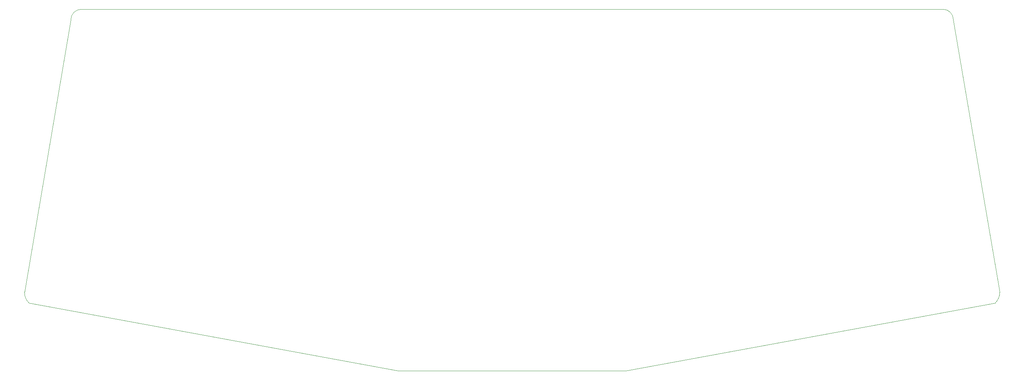
<source format=gbr>
%TF.GenerationSoftware,KiCad,Pcbnew,(5.1.10)-1*%
%TF.CreationDate,2021-11-02T21:32:16-06:00*%
%TF.ProjectId,VColChoc44,56436f6c-4368-46f6-9334-342e6b696361,rev?*%
%TF.SameCoordinates,Original*%
%TF.FileFunction,Profile,NP*%
%FSLAX46Y46*%
G04 Gerber Fmt 4.6, Leading zero omitted, Abs format (unit mm)*
G04 Created by KiCad (PCBNEW (5.1.10)-1) date 2021-11-02 21:32:16*
%MOMM*%
%LPD*%
G01*
G04 APERTURE LIST*
%TA.AperFunction,Profile*%
%ADD10C,0.050000*%
%TD*%
G04 APERTURE END LIST*
D10*
X252500000Y-60000000D02*
G75*
G02*
X255000000Y-62500000I0J-2500000D01*
G01*
X35000001Y-129999999D02*
G75*
G02*
X33964468Y-127500000I2499999J2499999D01*
G01*
X266035532Y-127500000D02*
G75*
G02*
X264999999Y-129999999I-3535532J0D01*
G01*
X45000000Y-62500000D02*
G75*
G02*
X47500000Y-60000000I2500000J0D01*
G01*
X45000000Y-62500000D02*
X33964468Y-127500000D01*
X122894427Y-146211146D02*
X177105573Y-146211146D01*
X47500000Y-60000000D02*
X252500000Y-60000000D01*
X35000000Y-130000000D02*
X122894427Y-146211146D01*
X177105573Y-146211146D02*
X265000000Y-130000000D01*
X255000000Y-62500000D02*
X266035532Y-127500000D01*
M02*

</source>
